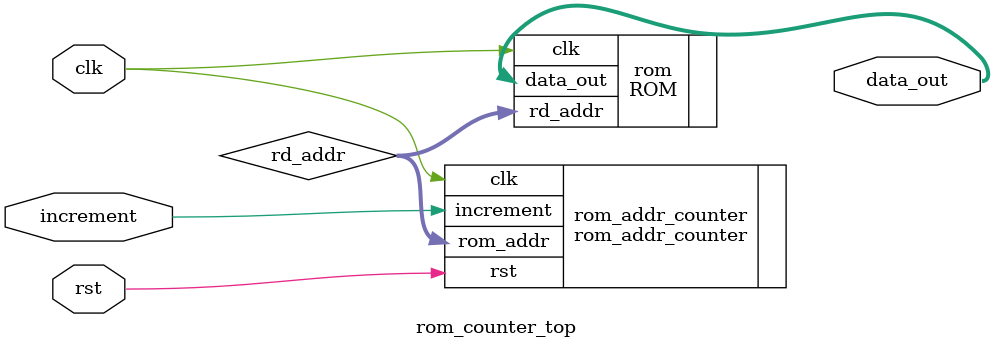
<source format=v>
module rom_counter_top #(parameter 
	WIDTH=8, DEPTH=84, 
	ADDR= $clog2(DEPTH),
	FILE= "rom_data_names_hex.txt"
	)
    (
	input wire clk, rst, increment,
	output wire [WIDTH-1:0] data_out
	);

	wire [ADDR-1:0] rd_addr;

	ROM rom (
		.clk(clk),
		.rd_addr(rd_addr),
		.data_out(data_out)
	);

	rom_addr_counter rom_addr_counter (
		.clk(clk),
		.rst(rst),
		.increment(increment),
		.rom_addr(rd_addr)
	);

endmodule
</source>
